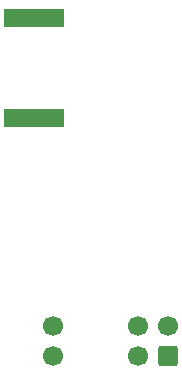
<source format=gbs>
%TF.GenerationSoftware,KiCad,Pcbnew,6.0.2-378541a8eb~116~ubuntu20.04.1*%
%TF.CreationDate,2022-02-28T14:07:21-06:00*%
%TF.ProjectId,propagation_delay_led_pulser,70726f70-6167-4617-9469-6f6e5f64656c,1.0*%
%TF.SameCoordinates,Original*%
%TF.FileFunction,Soldermask,Bot*%
%TF.FilePolarity,Negative*%
%FSLAX46Y46*%
G04 Gerber Fmt 4.6, Leading zero omitted, Abs format (unit mm)*
G04 Created by KiCad (PCBNEW 6.0.2-378541a8eb~116~ubuntu20.04.1) date 2022-02-28 14:07:21*
%MOMM*%
%LPD*%
G01*
G04 APERTURE LIST*
G04 Aperture macros list*
%AMRoundRect*
0 Rectangle with rounded corners*
0 $1 Rounding radius*
0 $2 $3 $4 $5 $6 $7 $8 $9 X,Y pos of 4 corners*
0 Add a 4 corners polygon primitive as box body*
4,1,4,$2,$3,$4,$5,$6,$7,$8,$9,$2,$3,0*
0 Add four circle primitives for the rounded corners*
1,1,$1+$1,$2,$3*
1,1,$1+$1,$4,$5*
1,1,$1+$1,$6,$7*
1,1,$1+$1,$8,$9*
0 Add four rect primitives between the rounded corners*
20,1,$1+$1,$2,$3,$4,$5,0*
20,1,$1+$1,$4,$5,$6,$7,0*
20,1,$1+$1,$6,$7,$8,$9,0*
20,1,$1+$1,$8,$9,$2,$3,0*%
G04 Aperture macros list end*
%ADD10C,1.700000*%
%ADD11RoundRect,0.250000X0.600000X0.600000X-0.600000X0.600000X-0.600000X-0.600000X0.600000X-0.600000X0*%
%ADD12R,5.080000X1.500000*%
G04 APERTURE END LIST*
D10*
%TO.C,J1*%
X201070000Y-85492000D03*
X201070000Y-82992000D03*
D11*
X210750000Y-85492000D03*
D10*
X210750000Y-82992000D03*
X208250000Y-85492000D03*
X208250000Y-82992000D03*
%TD*%
D12*
%TO.C,J2*%
X199459989Y-56862009D03*
X199459989Y-65362009D03*
%TD*%
M02*

</source>
